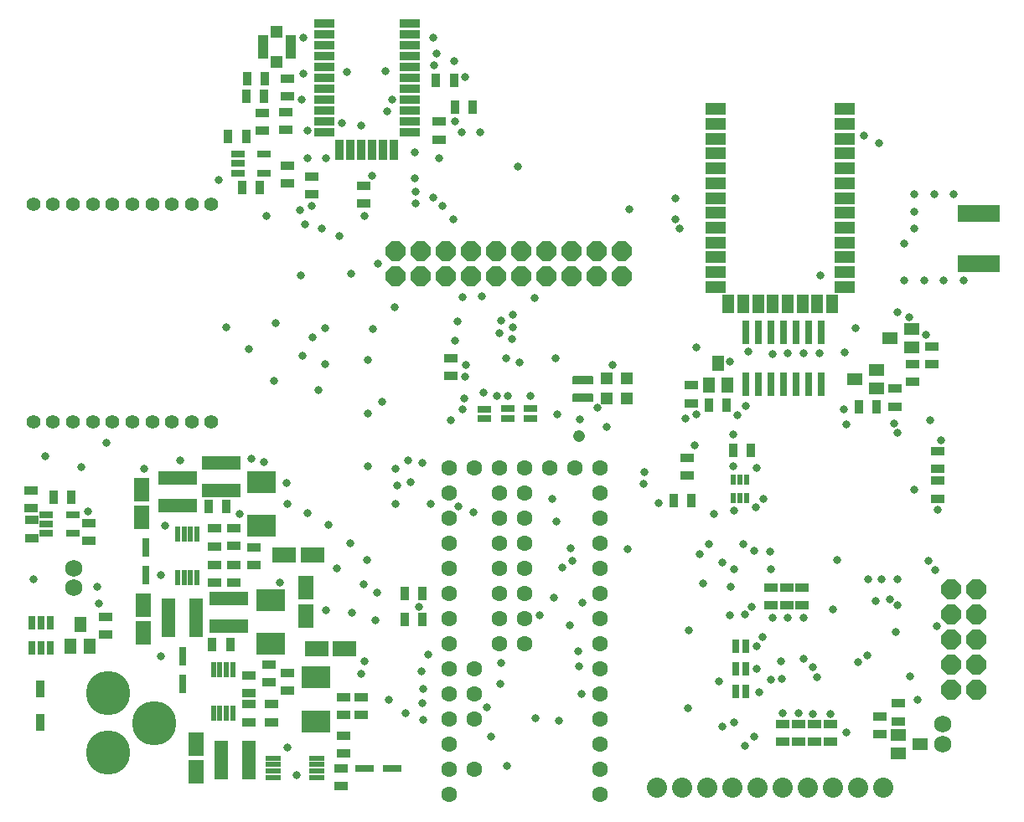
<source format=gts>
G75*
%MOIN*%
%OFA0B0*%
%FSLAX25Y25*%
%IPPOS*%
%LPD*%
%AMOC8*
5,1,8,0,0,1.08239X$1,22.5*
%
%ADD10R,0.02372X0.06309*%
%ADD11R,0.05324X0.15167*%
%ADD12R,0.15167X0.05324*%
%ADD13R,0.05915X0.09261*%
%ADD14R,0.05324X0.03750*%
%ADD15R,0.03159X0.07687*%
%ADD16R,0.03750X0.05324*%
%ADD17R,0.11399X0.09100*%
%ADD18R,0.09261X0.05915*%
%ADD19R,0.05800X0.02800*%
%ADD20R,0.02765X0.05324*%
%ADD21R,0.03750X0.06899*%
%ADD22R,0.04537X0.06112*%
%ADD23R,0.05324X0.02765*%
%ADD24R,0.06309X0.02372*%
%ADD25R,0.07687X0.03159*%
%ADD26R,0.08474X0.03356*%
%ADD27R,0.03356X0.08474*%
%ADD28R,0.03946X0.09261*%
%ADD29R,0.04537X0.04734*%
%ADD30R,0.06112X0.04537*%
%ADD31R,0.02200X0.03900*%
%ADD32R,0.02962X0.09261*%
%ADD33R,0.16600X0.06600*%
%ADD34R,0.08474X0.04537*%
%ADD35R,0.04537X0.07687*%
%ADD36C,0.05600*%
%ADD37C,0.08000*%
%ADD38C,0.06300*%
%ADD39R,0.03100X0.05600*%
%ADD40OC8,0.08000*%
%ADD41C,0.06899*%
%ADD42R,0.05600X0.03100*%
%ADD43C,0.17600*%
%ADD44R,0.04537X0.04537*%
%ADD45R,0.01486X0.02962*%
%ADD46C,0.00500*%
%ADD47C,0.03300*%
%ADD48C,0.04756*%
D10*
X0098862Y0057084D03*
X0101421Y0057084D03*
X0103980Y0057084D03*
X0106539Y0057084D03*
X0106539Y0074407D03*
X0103980Y0074407D03*
X0101421Y0074407D03*
X0098862Y0074407D03*
X0092321Y0111038D03*
X0089762Y0111038D03*
X0087203Y0111038D03*
X0084644Y0111038D03*
X0084644Y0128361D03*
X0087203Y0128361D03*
X0089762Y0128361D03*
X0092321Y0128361D03*
D11*
X0091909Y0095060D03*
X0080885Y0095060D03*
X0102108Y0038579D03*
X0113131Y0038579D03*
D12*
X0105003Y0091805D03*
X0105003Y0102829D03*
X0084788Y0139812D03*
X0084788Y0150836D03*
X0101832Y0145914D03*
X0101832Y0156937D03*
D13*
X0070414Y0146089D03*
X0070414Y0134986D03*
X0071030Y0100100D03*
X0071030Y0088997D03*
X0092095Y0044758D03*
X0092095Y0033656D03*
X0135524Y0095890D03*
X0135524Y0106992D03*
D14*
X0115123Y0116128D03*
X0115123Y0123215D03*
X0107104Y0123721D03*
X0107104Y0130808D03*
X0099231Y0130692D03*
X0099231Y0123605D03*
X0099256Y0116143D03*
X0099256Y0109056D03*
X0107004Y0108999D03*
X0107004Y0116086D03*
X0120888Y0076427D03*
X0128390Y0073054D03*
X0120888Y0069340D03*
X0128390Y0065968D03*
X0121840Y0060668D03*
X0112841Y0060692D03*
X0112854Y0065146D03*
X0112854Y0072232D03*
X0112841Y0053605D03*
X0121840Y0053582D03*
X0149559Y0035213D03*
X0150586Y0041168D03*
X0150586Y0048255D03*
X0150618Y0056428D03*
X0157654Y0056472D03*
X0157654Y0063558D03*
X0150618Y0063514D03*
X0149559Y0028126D03*
X0055863Y0088380D03*
X0055863Y0095467D03*
X0049383Y0125822D03*
X0049383Y0132908D03*
X0026578Y0133981D03*
X0026337Y0138704D03*
X0026337Y0145791D03*
X0026578Y0126894D03*
X0193418Y0191437D03*
X0193418Y0198523D03*
X0158723Y0260054D03*
X0158723Y0267141D03*
X0137853Y0263819D03*
X0137853Y0270906D03*
X0128222Y0267998D03*
X0128222Y0275085D03*
X0118367Y0289169D03*
X0127553Y0289508D03*
X0127553Y0296594D03*
X0128205Y0302645D03*
X0118367Y0296256D03*
X0128205Y0309732D03*
X0188510Y0292687D03*
X0188510Y0285600D03*
X0288883Y0187707D03*
X0288883Y0180620D03*
X0287295Y0158806D03*
X0287295Y0151719D03*
X0320541Y0107061D03*
X0326840Y0107061D03*
X0333139Y0107061D03*
X0333139Y0099974D03*
X0326840Y0099974D03*
X0320541Y0099974D03*
X0371328Y0060998D03*
X0371328Y0053911D03*
X0363848Y0055880D03*
X0363848Y0048793D03*
X0344163Y0045644D03*
X0337864Y0045644D03*
X0331564Y0045644D03*
X0325265Y0045644D03*
X0325265Y0052730D03*
X0331564Y0052730D03*
X0337864Y0052730D03*
X0344163Y0052730D03*
X0386970Y0142548D03*
X0386970Y0149634D03*
X0387141Y0154476D03*
X0387141Y0161563D03*
X0369885Y0179216D03*
X0369885Y0186303D03*
X0376965Y0188993D03*
X0376965Y0196080D03*
X0384479Y0195976D03*
X0384479Y0203063D03*
D15*
X0086541Y0079656D03*
X0086541Y0068632D03*
X0071956Y0112140D03*
X0071956Y0123163D03*
D16*
X0096892Y0139608D03*
X0103979Y0139608D03*
X0042259Y0143179D03*
X0035172Y0143179D03*
X0098453Y0084376D03*
X0105540Y0084376D03*
X0174871Y0094463D03*
X0181958Y0094463D03*
X0181958Y0104699D03*
X0174871Y0104699D03*
X0281939Y0141700D03*
X0289026Y0141700D03*
X0305700Y0161636D03*
X0312786Y0161636D03*
X0303027Y0179755D03*
X0295940Y0179755D03*
X0355580Y0179108D03*
X0362667Y0179108D03*
X0201988Y0298591D03*
X0194901Y0298591D03*
X0194488Y0309116D03*
X0187401Y0309116D03*
X0119241Y0309887D03*
X0112155Y0309887D03*
X0111961Y0302737D03*
X0119047Y0302737D03*
X0111827Y0286655D03*
X0104740Y0286655D03*
X0110374Y0266502D03*
X0117460Y0266502D03*
D17*
X0118021Y0149067D03*
X0118021Y0131665D03*
X0121559Y0102149D03*
X0121559Y0084748D03*
X0139720Y0071341D03*
X0139720Y0053939D03*
D18*
X0139821Y0082813D03*
X0150923Y0082813D03*
X0138234Y0120011D03*
X0127132Y0120011D03*
D19*
X0043037Y0128867D03*
X0043037Y0136267D03*
X0032237Y0136267D03*
X0032237Y0132567D03*
X0032237Y0128867D03*
D20*
X0030384Y0093274D03*
X0034124Y0093274D03*
X0026643Y0093274D03*
X0026643Y0083038D03*
X0030384Y0083038D03*
X0034124Y0083038D03*
D21*
X0029989Y0066904D03*
X0029989Y0053518D03*
D22*
X0042115Y0083833D03*
X0049596Y0083833D03*
X0045856Y0092494D03*
X0295973Y0187907D03*
X0303453Y0187907D03*
X0299713Y0196569D03*
D23*
X0118932Y0272232D03*
X0108696Y0272232D03*
X0108696Y0275973D03*
X0108696Y0279713D03*
X0118932Y0279713D03*
D24*
X0122788Y0039202D03*
X0122788Y0036643D03*
X0122788Y0034084D03*
X0122788Y0031525D03*
X0140111Y0031525D03*
X0140111Y0034084D03*
X0140111Y0036643D03*
X0140111Y0039202D03*
D25*
X0159039Y0035124D03*
X0170063Y0035124D03*
D26*
X0176919Y0288380D03*
X0176919Y0292711D03*
X0176919Y0297041D03*
X0176919Y0301372D03*
X0176919Y0305703D03*
X0176919Y0310034D03*
X0176919Y0314364D03*
X0176919Y0318695D03*
X0176919Y0323026D03*
X0176919Y0327356D03*
X0176919Y0331687D03*
X0142903Y0331687D03*
X0142903Y0327356D03*
X0142903Y0323026D03*
X0142903Y0318695D03*
X0142903Y0314364D03*
X0142903Y0310034D03*
X0142903Y0305703D03*
X0142903Y0301372D03*
X0142903Y0297041D03*
X0142903Y0292711D03*
X0142903Y0288380D03*
D27*
X0149084Y0281293D03*
X0153415Y0281293D03*
X0157745Y0281293D03*
X0162076Y0281293D03*
X0166407Y0281293D03*
X0170738Y0281293D03*
D28*
X0129497Y0322490D03*
X0118670Y0322490D03*
D29*
X0124083Y0316486D03*
X0124083Y0328494D03*
D30*
X0354005Y0190132D03*
X0362667Y0193872D03*
X0362667Y0186392D03*
X0376668Y0202662D03*
X0376668Y0210143D03*
X0368007Y0206403D03*
X0371328Y0048597D03*
X0371328Y0041116D03*
X0379989Y0044856D03*
D31*
X0310930Y0142731D03*
X0308330Y0142731D03*
X0305730Y0142731D03*
X0305730Y0150031D03*
X0308330Y0150031D03*
X0310930Y0150031D03*
D32*
X0310659Y0188163D03*
X0315659Y0188163D03*
X0320659Y0188163D03*
X0325659Y0188163D03*
X0330659Y0188163D03*
X0335659Y0188163D03*
X0340659Y0188163D03*
X0340659Y0208636D03*
X0335659Y0208636D03*
X0330659Y0208636D03*
X0325659Y0208636D03*
X0320659Y0208636D03*
X0315659Y0208636D03*
X0310659Y0208636D03*
D33*
X0403218Y0236195D03*
X0403218Y0256195D03*
D34*
X0349950Y0256377D03*
X0349950Y0262283D03*
X0349950Y0268188D03*
X0349950Y0274094D03*
X0349950Y0279999D03*
X0349950Y0285905D03*
X0349950Y0291810D03*
X0349950Y0297716D03*
X0298769Y0297716D03*
X0298769Y0291810D03*
X0298769Y0285905D03*
X0298769Y0279999D03*
X0298769Y0274094D03*
X0298769Y0268188D03*
X0298769Y0262283D03*
X0298769Y0256377D03*
X0298769Y0250472D03*
X0298769Y0244566D03*
X0298769Y0238661D03*
X0298769Y0232755D03*
X0298769Y0226850D03*
X0349950Y0226850D03*
X0349950Y0232755D03*
X0349950Y0238661D03*
X0349950Y0244566D03*
X0349950Y0250472D03*
D35*
X0345029Y0219960D03*
X0339123Y0219960D03*
X0333218Y0219960D03*
X0327312Y0219960D03*
X0321406Y0219960D03*
X0315501Y0219960D03*
X0309595Y0219960D03*
X0303690Y0219960D03*
D36*
X0098100Y0259817D03*
X0090226Y0259817D03*
X0082352Y0259817D03*
X0074478Y0259817D03*
X0066604Y0259817D03*
X0058730Y0259817D03*
X0050856Y0259817D03*
X0042982Y0259817D03*
X0035108Y0259817D03*
X0027234Y0259817D03*
X0027234Y0173203D03*
X0035108Y0173203D03*
X0042982Y0173203D03*
X0050856Y0173203D03*
X0058730Y0173203D03*
X0066604Y0173203D03*
X0074478Y0173203D03*
X0082352Y0173203D03*
X0090226Y0173203D03*
X0098100Y0173203D03*
D37*
X0275265Y0027534D03*
X0285265Y0027534D03*
X0295265Y0027534D03*
X0305265Y0027534D03*
X0315265Y0027534D03*
X0325265Y0027534D03*
X0335265Y0027534D03*
X0345265Y0027534D03*
X0355265Y0027534D03*
X0365265Y0027534D03*
D38*
X0252509Y0024738D03*
X0252509Y0034738D03*
X0252509Y0044738D03*
X0252509Y0054738D03*
X0252509Y0064738D03*
X0252509Y0074738D03*
X0252509Y0084738D03*
X0252509Y0094738D03*
X0252509Y0104738D03*
X0252509Y0114738D03*
X0252509Y0124738D03*
X0252509Y0134738D03*
X0252509Y0144738D03*
X0252509Y0154738D03*
X0242509Y0154738D03*
X0232509Y0154738D03*
X0222509Y0154738D03*
X0222509Y0144738D03*
X0212509Y0144738D03*
X0212509Y0154738D03*
X0202509Y0154738D03*
X0192509Y0154738D03*
X0192509Y0144738D03*
X0192509Y0134738D03*
X0192509Y0124738D03*
X0192509Y0114738D03*
X0192509Y0104738D03*
X0192509Y0094738D03*
X0192509Y0084738D03*
X0192509Y0074738D03*
X0202509Y0074738D03*
X0202509Y0064738D03*
X0192509Y0064738D03*
X0192509Y0054738D03*
X0202509Y0054738D03*
X0192509Y0044738D03*
X0192509Y0034738D03*
X0202509Y0034738D03*
X0192509Y0024738D03*
X0212509Y0084738D03*
X0222509Y0084738D03*
X0222509Y0094738D03*
X0212509Y0094738D03*
X0212509Y0104738D03*
X0222509Y0104738D03*
X0222509Y0114738D03*
X0212509Y0114738D03*
X0212509Y0124738D03*
X0222509Y0124738D03*
X0222509Y0134738D03*
X0212509Y0134738D03*
D39*
X0306730Y0083833D03*
X0310730Y0083833D03*
X0310730Y0074778D03*
X0306730Y0074778D03*
X0306730Y0065723D03*
X0310730Y0065723D03*
D40*
X0392312Y0066589D03*
X0402312Y0066589D03*
X0402312Y0076589D03*
X0392312Y0076589D03*
X0392312Y0086589D03*
X0402312Y0086589D03*
X0402312Y0096589D03*
X0392312Y0096589D03*
X0392312Y0106589D03*
X0402312Y0106589D03*
X0261210Y0231195D03*
X0251210Y0231195D03*
X0241210Y0231195D03*
X0241210Y0241195D03*
X0251210Y0241195D03*
X0261210Y0241195D03*
X0231210Y0241195D03*
X0221210Y0241195D03*
X0211210Y0241195D03*
X0201210Y0241195D03*
X0191210Y0241195D03*
X0181210Y0241195D03*
X0171210Y0241195D03*
X0171210Y0231195D03*
X0181210Y0231195D03*
X0191210Y0231195D03*
X0201210Y0231195D03*
X0211210Y0231195D03*
X0221210Y0231195D03*
X0231210Y0231195D03*
D41*
X0043178Y0114896D03*
X0043178Y0107022D03*
X0389045Y0052730D03*
X0389045Y0044856D03*
D42*
X0224871Y0174352D03*
X0224871Y0178352D03*
X0215816Y0178352D03*
X0215816Y0174352D03*
X0206761Y0174581D03*
X0206761Y0178124D03*
D43*
X0056950Y0041341D03*
X0075454Y0053152D03*
X0056950Y0064963D03*
D44*
X0255383Y0182494D03*
X0255383Y0190368D03*
X0263257Y0190368D03*
X0263257Y0182494D03*
D45*
X0249084Y0182780D03*
X0247509Y0182780D03*
X0245934Y0182780D03*
X0244360Y0182780D03*
X0242785Y0182780D03*
X0242785Y0189847D03*
X0244360Y0189847D03*
X0245934Y0189847D03*
X0247509Y0189847D03*
X0249084Y0189847D03*
D46*
X0249773Y0189652D02*
X0242096Y0189652D01*
X0242096Y0190150D02*
X0249773Y0190150D01*
X0249773Y0190649D02*
X0242096Y0190649D01*
X0242096Y0191147D02*
X0249773Y0191147D01*
X0249773Y0191284D02*
X0242096Y0191284D01*
X0242096Y0188429D01*
X0249773Y0188429D01*
X0249773Y0191284D01*
X0249773Y0189153D02*
X0242096Y0189153D01*
X0242096Y0188655D02*
X0249773Y0188655D01*
X0249773Y0184197D02*
X0242096Y0184197D01*
X0242096Y0181343D01*
X0249773Y0181343D01*
X0249773Y0184197D01*
X0249773Y0184168D02*
X0242096Y0184168D01*
X0242096Y0183670D02*
X0249773Y0183670D01*
X0249773Y0183171D02*
X0242096Y0183171D01*
X0242096Y0182673D02*
X0249773Y0182673D01*
X0249773Y0182174D02*
X0242096Y0182174D01*
X0242096Y0181676D02*
X0249773Y0181676D01*
D47*
X0251486Y0178951D03*
X0244478Y0174148D03*
X0235580Y0176274D03*
X0224871Y0183439D03*
X0215816Y0183439D03*
X0211486Y0183439D03*
X0206249Y0184778D03*
X0198572Y0182297D03*
X0198139Y0178085D03*
X0193297Y0173911D03*
X0198966Y0190959D03*
X0199360Y0195762D03*
X0195068Y0205368D03*
X0196052Y0213163D03*
X0197824Y0222809D03*
X0205501Y0223203D03*
X0213336Y0213478D03*
X0217824Y0210919D03*
X0217706Y0206077D03*
X0212706Y0208478D03*
X0218060Y0215723D03*
X0226761Y0222455D03*
X0234911Y0198597D03*
X0220541Y0196825D03*
X0215226Y0198321D03*
X0257549Y0195801D03*
X0255423Y0171234D03*
X0270304Y0153242D03*
X0270029Y0148478D03*
X0275895Y0140919D03*
X0263572Y0122455D03*
X0241801Y0117770D03*
X0237785Y0115093D03*
X0240816Y0122652D03*
X0235344Y0133321D03*
X0233612Y0142337D03*
X0202155Y0137100D03*
X0196446Y0139581D03*
X0185226Y0140565D03*
X0177430Y0148990D03*
X0172115Y0147888D03*
X0171171Y0154423D03*
X0176446Y0157730D03*
X0182037Y0156746D03*
X0171171Y0140565D03*
X0160423Y0155604D03*
X0160423Y0176431D03*
X0166013Y0181116D03*
X0160423Y0197691D03*
X0162470Y0210250D03*
X0171131Y0218951D03*
X0164281Y0236116D03*
X0153690Y0231982D03*
X0133572Y0231549D03*
X0123730Y0212297D03*
X0112903Y0202140D03*
X0104045Y0210801D03*
X0123100Y0189502D03*
X0134438Y0199345D03*
X0138178Y0206825D03*
X0143336Y0210368D03*
X0143336Y0196077D03*
X0140541Y0185762D03*
X0114005Y0158518D03*
X0118966Y0157258D03*
X0127982Y0148872D03*
X0128415Y0140486D03*
X0136210Y0136864D03*
X0144714Y0132179D03*
X0153178Y0124896D03*
X0159911Y0118124D03*
X0158690Y0108557D03*
X0164045Y0105132D03*
X0154045Y0097022D03*
X0163336Y0094148D03*
X0159045Y0077809D03*
X0157785Y0072730D03*
X0168533Y0062415D03*
X0175462Y0057179D03*
X0182155Y0054345D03*
X0181879Y0061195D03*
X0182373Y0066868D03*
X0181564Y0073636D03*
X0184438Y0080447D03*
X0180580Y0099463D03*
X0147942Y0114660D03*
X0143690Y0098085D03*
X0125186Y0109148D03*
X0109438Y0136313D03*
X0085659Y0157730D03*
X0071289Y0154384D03*
X0056407Y0164896D03*
X0046171Y0155093D03*
X0031958Y0159541D03*
X0048966Y0137534D03*
X0077864Y0112022D03*
X0079793Y0131628D03*
X0052745Y0107455D03*
X0053454Y0100723D03*
X0027273Y0110329D03*
X0078021Y0079856D03*
X0128324Y0043297D03*
X0131919Y0032455D03*
X0207509Y0059463D03*
X0212942Y0068675D03*
X0213415Y0077100D03*
X0228572Y0096156D03*
X0234163Y0102967D03*
X0245659Y0101274D03*
X0240541Y0091982D03*
X0243927Y0081667D03*
X0244360Y0075841D03*
X0245226Y0064817D03*
X0236328Y0054266D03*
X0226958Y0055171D03*
X0209202Y0047848D03*
X0215698Y0035959D03*
X0287667Y0059108D03*
X0301249Y0051628D03*
X0306052Y0053360D03*
X0313815Y0047634D03*
X0310221Y0044105D03*
X0325265Y0057061D03*
X0331564Y0057061D03*
X0337470Y0056667D03*
X0344163Y0056667D03*
X0350580Y0049345D03*
X0339045Y0071392D03*
X0337312Y0075565D03*
X0333651Y0078951D03*
X0324478Y0077927D03*
X0325068Y0070841D03*
X0320619Y0070408D03*
X0315816Y0065329D03*
X0315029Y0074778D03*
X0315029Y0083833D03*
X0317234Y0087337D03*
X0321328Y0095250D03*
X0327234Y0095250D03*
X0333533Y0095250D03*
X0345383Y0098518D03*
X0359241Y0110526D03*
X0364556Y0110504D03*
X0370974Y0110531D03*
X0367903Y0102376D03*
X0370974Y0100250D03*
X0362430Y0101904D03*
X0370383Y0089463D03*
X0359005Y0080171D03*
X0355383Y0077376D03*
X0375856Y0071628D03*
X0378966Y0062573D03*
X0386643Y0091628D03*
X0385974Y0114069D03*
X0383336Y0117848D03*
X0387076Y0138163D03*
X0377627Y0146037D03*
X0388218Y0165880D03*
X0383966Y0173833D03*
X0370895Y0168754D03*
X0369753Y0172494D03*
X0350777Y0172258D03*
X0349478Y0178124D03*
X0350068Y0200762D03*
X0339832Y0200368D03*
X0333533Y0200368D03*
X0327234Y0200368D03*
X0321328Y0199974D03*
X0311761Y0201077D03*
X0304320Y0197179D03*
X0291013Y0202730D03*
X0310501Y0179423D03*
X0307470Y0175841D03*
X0305580Y0168085D03*
X0305580Y0155486D03*
X0314950Y0154660D03*
X0317785Y0142494D03*
X0314596Y0139226D03*
X0305974Y0137770D03*
X0298064Y0136330D03*
X0309596Y0124581D03*
X0313848Y0121825D03*
X0320304Y0121510D03*
X0320501Y0114502D03*
X0306013Y0114502D03*
X0301249Y0117061D03*
X0296131Y0124384D03*
X0292234Y0120486D03*
X0293690Y0108636D03*
X0304793Y0107534D03*
X0313139Y0099581D03*
X0310344Y0096621D03*
X0304163Y0096195D03*
X0287982Y0090289D03*
X0299989Y0069896D03*
X0346840Y0117967D03*
X0290226Y0163754D03*
X0286801Y0174345D03*
X0290816Y0176234D03*
X0354399Y0210604D03*
X0370856Y0216864D03*
X0375792Y0214903D03*
X0382391Y0207730D03*
X0381564Y0229305D03*
X0373690Y0229305D03*
X0373690Y0244069D03*
X0377627Y0249974D03*
X0377627Y0256864D03*
X0377627Y0263754D03*
X0385501Y0263754D03*
X0393375Y0263754D03*
X0363612Y0284187D03*
X0357667Y0287219D03*
X0340423Y0231352D03*
X0389438Y0229305D03*
X0397312Y0229305D03*
X0284320Y0249974D03*
X0282745Y0253911D03*
X0282745Y0262179D03*
X0264241Y0257848D03*
X0219997Y0274833D03*
X0205136Y0288524D03*
X0197549Y0288478D03*
X0194950Y0292770D03*
X0178966Y0280368D03*
X0188651Y0278124D03*
X0178966Y0269974D03*
X0179202Y0264817D03*
X0179202Y0260132D03*
X0186210Y0262534D03*
X0189950Y0259030D03*
X0194281Y0253636D03*
X0158966Y0255014D03*
X0149123Y0247022D03*
X0141997Y0250014D03*
X0135423Y0251825D03*
X0133462Y0257476D03*
X0137824Y0259226D03*
X0119815Y0255154D03*
X0100989Y0269384D03*
X0136289Y0278282D03*
X0143769Y0278085D03*
X0136289Y0289226D03*
X0133819Y0301296D03*
X0134635Y0311653D03*
X0134714Y0326274D03*
X0152106Y0312500D03*
X0167405Y0312902D03*
X0170015Y0301612D03*
X0167993Y0296911D03*
X0157627Y0291279D03*
X0150068Y0291985D03*
X0161879Y0271274D03*
X0198890Y0310420D03*
X0194753Y0316628D03*
X0187799Y0319829D03*
X0186249Y0326116D03*
X0186761Y0315289D03*
D48*
X0244438Y0167534D03*
M02*

</source>
